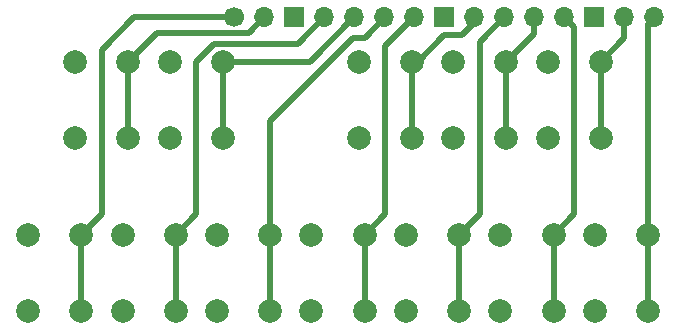
<source format=gbr>
%TF.GenerationSoftware,KiCad,Pcbnew,(6.0.6)*%
%TF.CreationDate,2022-08-01T20:58:33-04:00*%
%TF.ProjectId,piano_keypad,7069616e-6f5f-46b6-9579-7061642e6b69,rev?*%
%TF.SameCoordinates,Original*%
%TF.FileFunction,Copper,L1,Top*%
%TF.FilePolarity,Positive*%
%FSLAX46Y46*%
G04 Gerber Fmt 4.6, Leading zero omitted, Abs format (unit mm)*
G04 Created by KiCad (PCBNEW (6.0.6)) date 2022-08-01 20:58:33*
%MOMM*%
%LPD*%
G01*
G04 APERTURE LIST*
%TA.AperFunction,ComponentPad*%
%ADD10C,2.000000*%
%TD*%
%TA.AperFunction,ComponentPad*%
%ADD11C,1.700000*%
%TD*%
%TA.AperFunction,ComponentPad*%
%ADD12O,1.700000X1.700000*%
%TD*%
%TA.AperFunction,ComponentPad*%
%ADD13R,1.700000X1.700000*%
%TD*%
%TA.AperFunction,Conductor*%
%ADD14C,0.500000*%
%TD*%
G04 APERTURE END LIST*
D10*
%TO.P,SW3,1,1*%
%TO.N,GND*%
X98850000Y-63730000D03*
X98850000Y-57230000D03*
%TO.P,SW3,2,2*%
%TO.N,/A*%
X103350000Y-57230000D03*
X103350000Y-63730000D03*
%TD*%
D11*
%TO.P,J1,1,Pin_1*%
%TO.N,/C*%
X76325000Y-38840000D03*
D12*
%TO.P,J1,2,Pin_2*%
%TO.N,/C#*%
X78865000Y-38840000D03*
D13*
%TO.P,J1,3,Pin_3*%
%TO.N,GND*%
X81405000Y-38840000D03*
D12*
%TO.P,J1,4,Pin_4*%
%TO.N,/D*%
X83945000Y-38840000D03*
%TO.P,J1,5,Pin_5*%
%TO.N,/D#*%
X86485000Y-38840000D03*
%TO.P,J1,6,Pin_6*%
%TO.N,/E*%
X89025000Y-38840000D03*
%TO.P,J1,7,Pin_7*%
%TO.N,/F*%
X91565000Y-38840000D03*
D13*
%TO.P,J1,8,Pin_8*%
%TO.N,GND*%
X94105000Y-38840000D03*
D12*
%TO.P,J1,9,Pin_9*%
%TO.N,/F#*%
X96645000Y-38840000D03*
%TO.P,J1,10,Pin_10*%
%TO.N,/G*%
X99185000Y-38840000D03*
%TO.P,J1,11,Pin_11*%
%TO.N,/G#*%
X101725000Y-38840000D03*
%TO.P,J1,12,Pin_12*%
%TO.N,/A*%
X104265000Y-38840000D03*
D13*
%TO.P,J1,13,Pin_13*%
%TO.N,GND*%
X106805000Y-38840000D03*
D12*
%TO.P,J1,14,Pin_14*%
%TO.N,/A#*%
X109345000Y-38840000D03*
%TO.P,J1,15,Pin_15*%
%TO.N,/B*%
X111885000Y-38840000D03*
%TD*%
D10*
%TO.P,SW1,1,1*%
%TO.N,GND*%
X106850000Y-63730000D03*
X106850000Y-57230000D03*
%TO.P,SW1,2,2*%
%TO.N,/B*%
X111350000Y-57230000D03*
X111350000Y-63730000D03*
%TD*%
%TO.P,SW2,1,1*%
%TO.N,GND*%
X102850000Y-42590000D03*
X102850000Y-49090000D03*
%TO.P,SW2,2,2*%
%TO.N,/A#*%
X107350000Y-49090000D03*
X107350000Y-42590000D03*
%TD*%
%TO.P,SW8,1,1*%
%TO.N,GND*%
X74850000Y-57230000D03*
X74850000Y-63730000D03*
%TO.P,SW8,2,2*%
%TO.N,/E*%
X79350000Y-57230000D03*
X79350000Y-63730000D03*
%TD*%
%TO.P,SW9,1,1*%
%TO.N,GND*%
X70850000Y-49090000D03*
X70850000Y-42590000D03*
%TO.P,SW9,2,2*%
%TO.N,/D#*%
X75350000Y-42590000D03*
X75350000Y-49090000D03*
%TD*%
%TO.P,SW12,1,1*%
%TO.N,GND*%
X58850000Y-57230000D03*
X58850000Y-63730000D03*
%TO.P,SW12,2,2*%
%TO.N,/C*%
X63350000Y-57230000D03*
X63350000Y-63730000D03*
%TD*%
%TO.P,SW5,1,1*%
%TO.N,GND*%
X90850000Y-57230000D03*
X90850000Y-63730000D03*
%TO.P,SW5,2,2*%
%TO.N,/G*%
X95350000Y-63730000D03*
X95350000Y-57230000D03*
%TD*%
%TO.P,SW6,1,1*%
%TO.N,GND*%
X86850000Y-42590000D03*
X86850000Y-49090000D03*
%TO.P,SW6,2,2*%
%TO.N,/F#*%
X91350000Y-49090000D03*
X91350000Y-42590000D03*
%TD*%
%TO.P,SW11,1,1*%
%TO.N,GND*%
X62850000Y-42590000D03*
X62850000Y-49090000D03*
%TO.P,SW11,2,2*%
%TO.N,/C#*%
X67350000Y-42590000D03*
X67350000Y-49090000D03*
%TD*%
%TO.P,SW7,1,1*%
%TO.N,GND*%
X82850000Y-63730000D03*
X82850000Y-57230000D03*
%TO.P,SW7,2,2*%
%TO.N,/F*%
X87350000Y-63730000D03*
X87350000Y-57230000D03*
%TD*%
%TO.P,SW4,1,1*%
%TO.N,GND*%
X94850000Y-49090000D03*
X94850000Y-42590000D03*
%TO.P,SW4,2,2*%
%TO.N,/G#*%
X99350000Y-42590000D03*
X99350000Y-49090000D03*
%TD*%
%TO.P,SW10,1,1*%
%TO.N,GND*%
X66850000Y-57230000D03*
X66850000Y-63730000D03*
%TO.P,SW10,2,2*%
%TO.N,/D*%
X71350000Y-57230000D03*
X71350000Y-63730000D03*
%TD*%
D14*
%TO.N,/C*%
X63350000Y-63730000D02*
X63350000Y-57230000D01*
X63350000Y-57230000D02*
X65100000Y-55480000D01*
X65100000Y-41590000D02*
X67850000Y-38840000D01*
X65100000Y-55480000D02*
X65100000Y-41590000D01*
X67850000Y-38840000D02*
X76325000Y-38840000D01*
%TO.N,/C#*%
X78865000Y-38840000D02*
X77565000Y-40140000D01*
X69800000Y-40140000D02*
X67350000Y-42590000D01*
X77565000Y-40140000D02*
X69800000Y-40140000D01*
X67350000Y-49090000D02*
X67350000Y-42590000D01*
%TO.N,/D*%
X71350000Y-63730000D02*
X71350000Y-57230000D01*
X74600000Y-41090000D02*
X81695000Y-41090000D01*
X81695000Y-41090000D02*
X83945000Y-38840000D01*
X71350000Y-57230000D02*
X73100000Y-55480000D01*
X73100000Y-42590000D02*
X74600000Y-41090000D01*
X73100000Y-55480000D02*
X73100000Y-42590000D01*
%TO.N,/D#*%
X75350000Y-49090000D02*
X75350000Y-42590000D01*
X82735000Y-42590000D02*
X86485000Y-38840000D01*
X75350000Y-42590000D02*
X82735000Y-42590000D01*
%TO.N,/E*%
X79350000Y-57230000D02*
X79350000Y-47590000D01*
X86350000Y-40590000D02*
X87350000Y-40590000D01*
X87350000Y-40590000D02*
X89025000Y-38915000D01*
X79350000Y-63730000D02*
X79350000Y-57230000D01*
X89025000Y-38915000D02*
X89025000Y-38840000D01*
X79350000Y-47590000D02*
X86350000Y-40590000D01*
%TO.N,/F*%
X87350000Y-63730000D02*
X87350000Y-57230000D01*
X89100000Y-41305000D02*
X91565000Y-38840000D01*
X89100000Y-55480000D02*
X89100000Y-41305000D01*
X87350000Y-57230000D02*
X89100000Y-55480000D01*
%TO.N,/F#*%
X95605000Y-40340000D02*
X96645000Y-39300000D01*
X91850000Y-42590000D02*
X94100000Y-40340000D01*
X96645000Y-39300000D02*
X96645000Y-38840000D01*
X91350000Y-42590000D02*
X91850000Y-42590000D01*
X91350000Y-49090000D02*
X91350000Y-42590000D01*
X94100000Y-40340000D02*
X95605000Y-40340000D01*
%TO.N,/G*%
X95350000Y-57230000D02*
X97100000Y-55480000D01*
X97100000Y-55480000D02*
X97100000Y-40925000D01*
X97100000Y-40925000D02*
X99185000Y-38840000D01*
X95350000Y-63730000D02*
X95350000Y-57230000D01*
%TO.N,/G#*%
X99350000Y-42590000D02*
X101725000Y-40215000D01*
X99350000Y-49090000D02*
X99350000Y-42590000D01*
X101725000Y-40215000D02*
X101725000Y-38840000D01*
%TO.N,/A*%
X103350000Y-63730000D02*
X103350000Y-57230000D01*
X105100000Y-55480000D02*
X105100000Y-39675000D01*
X103350000Y-57230000D02*
X105100000Y-55480000D01*
X105100000Y-39675000D02*
X104265000Y-38840000D01*
%TO.N,/A#*%
X107350000Y-49090000D02*
X107350000Y-42590000D01*
X107350000Y-42590000D02*
X109345000Y-40595000D01*
X109345000Y-40595000D02*
X109345000Y-38840000D01*
%TO.N,/B*%
X111350000Y-39375000D02*
X111885000Y-38840000D01*
X111350000Y-57230000D02*
X111350000Y-39375000D01*
X111350000Y-63730000D02*
X111350000Y-57230000D01*
%TD*%
M02*

</source>
